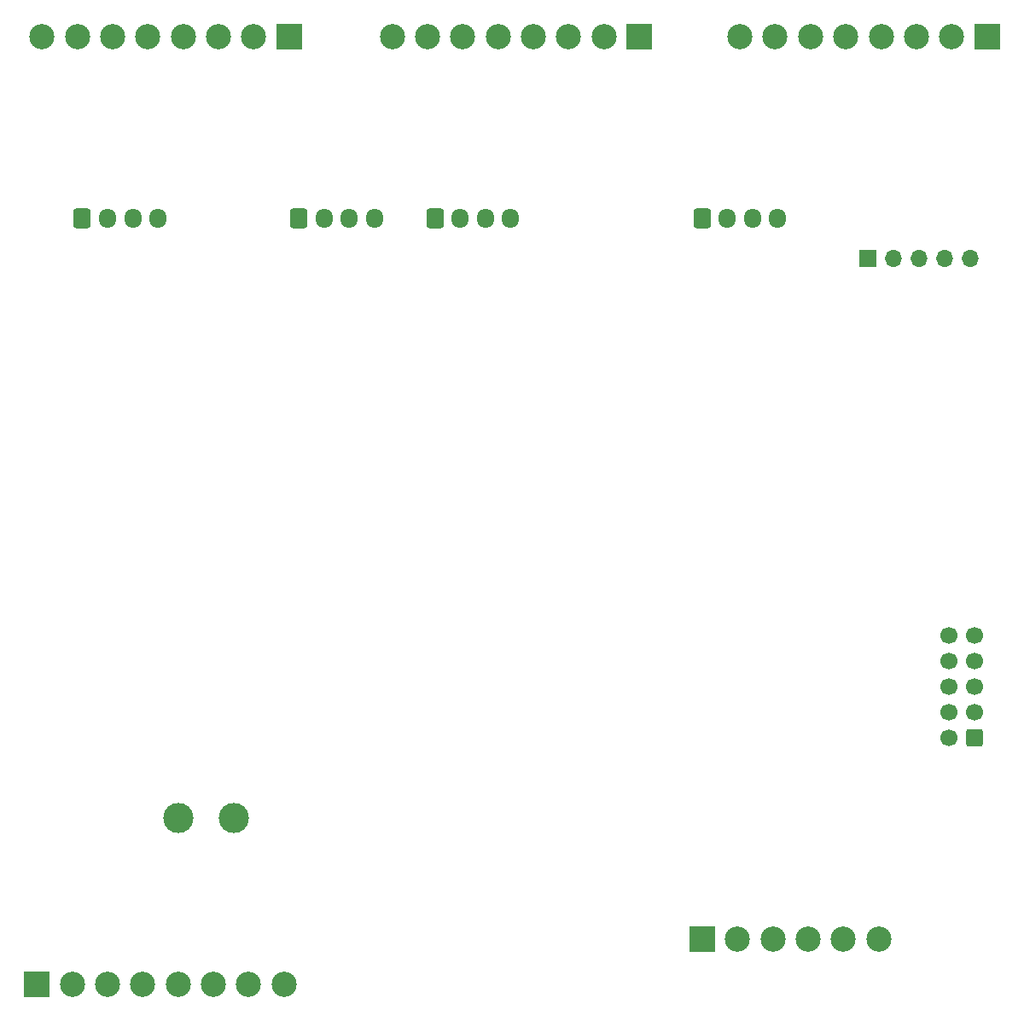
<source format=gbr>
%TF.GenerationSoftware,KiCad,Pcbnew,8.0.5-8.0.5-0~ubuntu22.04.1*%
%TF.CreationDate,2024-09-30T17:11:09+02:00*%
%TF.ProjectId,BTT-SKR-MINI-E3_shield,4254542d-534b-4522-9d4d-494e492d4533,rev?*%
%TF.SameCoordinates,Original*%
%TF.FileFunction,Soldermask,Bot*%
%TF.FilePolarity,Negative*%
%FSLAX46Y46*%
G04 Gerber Fmt 4.6, Leading zero omitted, Abs format (unit mm)*
G04 Created by KiCad (PCBNEW 8.0.5-8.0.5-0~ubuntu22.04.1) date 2024-09-30 17:11:09*
%MOMM*%
%LPD*%
G01*
G04 APERTURE LIST*
G04 Aperture macros list*
%AMRoundRect*
0 Rectangle with rounded corners*
0 $1 Rounding radius*
0 $2 $3 $4 $5 $6 $7 $8 $9 X,Y pos of 4 corners*
0 Add a 4 corners polygon primitive as box body*
4,1,4,$2,$3,$4,$5,$6,$7,$8,$9,$2,$3,0*
0 Add four circle primitives for the rounded corners*
1,1,$1+$1,$2,$3*
1,1,$1+$1,$4,$5*
1,1,$1+$1,$6,$7*
1,1,$1+$1,$8,$9*
0 Add four rect primitives between the rounded corners*
20,1,$1+$1,$2,$3,$4,$5,0*
20,1,$1+$1,$4,$5,$6,$7,0*
20,1,$1+$1,$6,$7,$8,$9,0*
20,1,$1+$1,$8,$9,$2,$3,0*%
G04 Aperture macros list end*
%ADD10R,1.700000X1.700000*%
%ADD11O,1.700000X1.700000*%
%ADD12R,2.500000X2.500000*%
%ADD13C,2.500000*%
%ADD14RoundRect,0.250000X-0.600000X-0.725000X0.600000X-0.725000X0.600000X0.725000X-0.600000X0.725000X0*%
%ADD15O,1.700000X1.950000*%
%ADD16RoundRect,0.250000X-0.600000X-0.600000X0.600000X-0.600000X0.600000X0.600000X-0.600000X0.600000X0*%
%ADD17C,1.700000*%
%ADD18C,3.000000*%
G04 APERTURE END LIST*
D10*
%TO.C,GPIO1*%
X186925000Y-59000000D03*
D11*
X189465000Y-59000000D03*
X192005000Y-59000000D03*
X194545000Y-59000000D03*
X197085000Y-59000000D03*
%TD*%
D12*
%TO.C,MOTOR1*%
X129500000Y-37000000D03*
D13*
X126000000Y-37000000D03*
X122500000Y-37000000D03*
X119000000Y-37000000D03*
X115500000Y-37000000D03*
X112000000Y-37000000D03*
X108500000Y-37000000D03*
X105000000Y-37000000D03*
%TD*%
D12*
%TO.C,MOTOR3*%
X198750000Y-37000000D03*
D13*
X195250000Y-37000000D03*
X191750000Y-37000000D03*
X188250000Y-37000000D03*
X184750000Y-37000000D03*
X181250000Y-37000000D03*
X177750000Y-37000000D03*
X174250000Y-37000000D03*
%TD*%
D14*
%TO.C,EM1*%
X170500000Y-55000000D03*
D15*
X173000000Y-55000000D03*
X175500000Y-55000000D03*
X178000000Y-55000000D03*
%TD*%
D14*
%TO.C,ZM1*%
X144000000Y-55000000D03*
D15*
X146500000Y-55000000D03*
X149000000Y-55000000D03*
X151500000Y-55000000D03*
%TD*%
D12*
%TO.C,MOTOR4*%
X104500000Y-131000000D03*
D13*
X108000000Y-131000000D03*
X111500000Y-131000000D03*
X115000000Y-131000000D03*
X118500000Y-131000000D03*
X122000000Y-131000000D03*
X125500000Y-131000000D03*
X129000000Y-131000000D03*
%TD*%
D14*
%TO.C,YM1*%
X130500000Y-55000000D03*
D15*
X133000000Y-55000000D03*
X135500000Y-55000000D03*
X138000000Y-55000000D03*
%TD*%
D16*
%TO.C,EXP1*%
X197500000Y-106540000D03*
D17*
X194960000Y-106540000D03*
X197500000Y-104000000D03*
X194960000Y-104000000D03*
X197500000Y-101460000D03*
X194960000Y-101460000D03*
X197500000Y-98920000D03*
X194960000Y-98920000D03*
X197500000Y-96380000D03*
X194960000Y-96380000D03*
%TD*%
D14*
%TO.C,XM1*%
X109000000Y-55000000D03*
D15*
X111500000Y-55000000D03*
X114000000Y-55000000D03*
X116500000Y-55000000D03*
%TD*%
D18*
%TO.C,GRP-*%
X118500000Y-114500000D03*
%TD*%
D12*
%TO.C,PWR1*%
X170500000Y-126500000D03*
D13*
X174000000Y-126500000D03*
X177500000Y-126500000D03*
X181000000Y-126500000D03*
X184500000Y-126500000D03*
X188000000Y-126500000D03*
%TD*%
D18*
%TO.C,GRP+*%
X124000000Y-114500000D03*
%TD*%
D12*
%TO.C,MOTOR2*%
X164250000Y-37000000D03*
D13*
X160750000Y-37000000D03*
X157250000Y-37000000D03*
X153750000Y-37000000D03*
X150250000Y-37000000D03*
X146750000Y-37000000D03*
X143250000Y-37000000D03*
X139750000Y-37000000D03*
%TD*%
M02*

</source>
